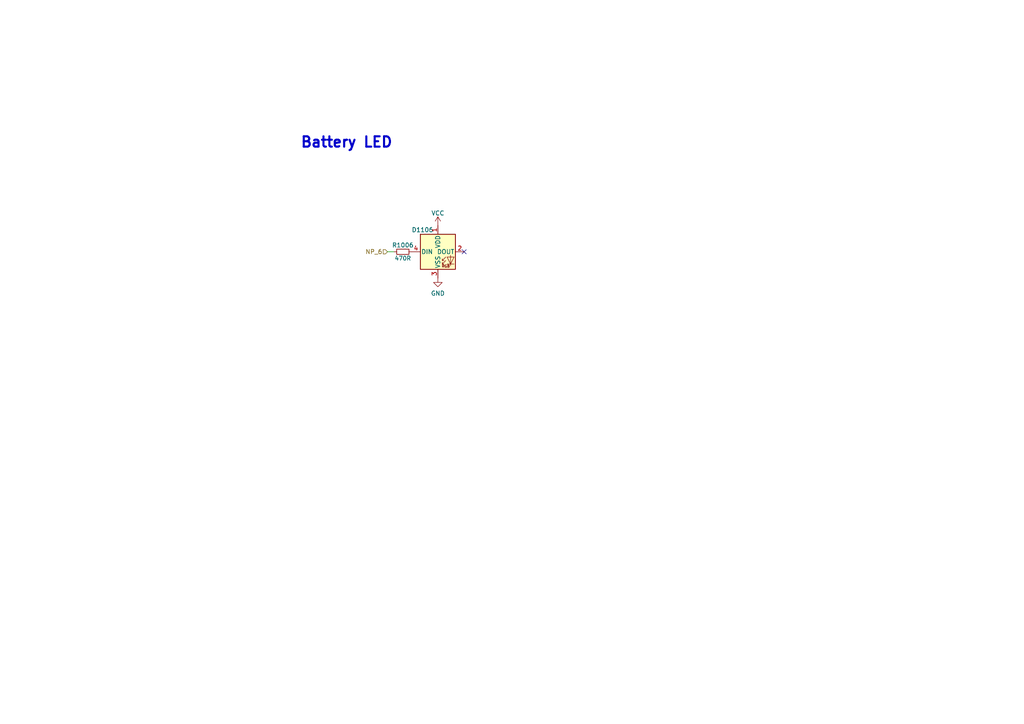
<source format=kicad_sch>
(kicad_sch (version 20231120) (generator "eeschema") (generator_version "8.0")
  (paper "A4")
  (lib_symbols
    (symbol "Device:R_Small" (pin_numbers hide) (pin_names (offset 0.254) hide)
      (property "Reference" "R" (at 0.762 0.508 0))
      (property "Value" "R_Small" (at 0.762 -1.016 0))
      (symbol "R_Small_0_1"
        (rectangle (start -0.762 1.778) (end 0.762 -1.778) (stroke (width 0.2032)))
      )
      (symbol "R_Small_1_1"
        (pin passive line (at 0 2.54 270) (length 0.762) (name "~") (number "1"))
        (pin passive line (at 0 -2.54 90) (length 0.762) (name "~") (number "2"))
      )
    )
    (symbol "LED:WS2812B" (pin_names (offset 0.254))
      (property "Reference" "D" (at 5.08 5.715 0))
      (property "Value" "WS2812B" (at 1.27 -5.715 0))
      (symbol "WS2812B_0_0"
        (text "RGB" (at 2.286 -4.191 0) (effects (font (size 0.762 0.762))))
      )
      (symbol "WS2812B_0_1"
        (polyline (pts (xy 1.27 -3.556) (xy 1.778 -3.556)))
        (polyline (pts (xy 1.27 -2.54) (xy 1.778 -2.54)))
        (polyline (pts (xy 4.699 -3.556) (xy 2.667 -3.556)))
        (polyline (pts (xy 2.286 -2.54) (xy 1.27 -3.556) (xy 1.27 -3.048)))
        (polyline (pts (xy 2.286 -1.524) (xy 1.27 -2.54) (xy 1.27 -2.032)))
        (polyline (pts (xy 3.683 -1.016) (xy 3.683 -3.556) (xy 3.683 -4.064)))
        (polyline (pts (xy 4.699 -1.524) (xy 2.667 -1.524) (xy 3.683 -3.556) (xy 4.699 -1.524)))
        (rectangle (start 5.08 5.08) (end -5.08 -5.08) (stroke (width 0.254)) (fill (type background)))
      )
      (symbol "WS2812B_1_1"
        (pin power_in line (at 0 7.62 270) (length 2.54) (name "VDD") (number "1"))
        (pin output line (at 7.62 0 180) (length 2.54) (name "DOUT") (number "2"))
        (pin power_in line (at 0 -7.62 90) (length 2.54) (name "VSS") (number "3"))
        (pin input line (at -7.62 0 0) (length 2.54) (name "DIN") (number "4"))
      )
    )
    (symbol "power:GND" (power) (pin_names (offset 0))
      (property "Value" "GND" (at 0 -3.81 0))
      (symbol "GND_0_1"
        (polyline (pts (xy 0 0) (xy 0 -1.27) (xy 1.27 -1.27) (xy 0 -2.54) (xy -1.27 -1.27) (xy 0 -1.27)))
      )
      (symbol "GND_1_1"
        (pin power_in line (at 0 0 270) (length 0) hide (name "GND") (number "1"))
      )
    )
    (symbol "power:VCC" (power) (pin_names (offset 0))
      (property "Value" "VCC" (at 0 3.81 0))
      (symbol "VCC_0_1"
        (polyline (pts (xy -0.762 1.27) (xy 0 2.54)))
        (polyline (pts (xy 0 0) (xy 0 2.54)))
        (polyline (pts (xy 0 2.54) (xy 0.762 1.27)))
      )
      (symbol "VCC_1_1"
        (pin power_in line (at 0 0 90) (length 0) hide (name "VCC") (number "1"))
      )
    )
  )
  (no_connect (at 134.62 73.025))
  (wire (pts (xy 112.395 73.025) (xy 114.3 73.025)))
  (text "Battery LED" (at 86.995 43.18 0) (effects (font (size 3 3) (thickness 0.6) (bold yes)) (justify left bottom)))
  (hierarchical_label "NP_6" (shape input) (at 112.395 73.025 180))
  (symbol (lib_id "power:GND") (at 127 80.645 0) (unit 1)
    (property "Reference" "#PWR0105" (effects (hide yes)))
    (property "Value" "GND" (at 127 85.0884 0))
  )
  (symbol (lib_id "Device:R_Small") (at 116.84 73.025 90) (unit 1)
    (property "Reference" "R1006" (at 116.84 71.12 90))
    (property "Value" "470R" (at 116.84 74.93 90) (effects (font (size 1.2 1.2))))
    (property "Footprint" "Resistor_SMD:R_0603_1608Metric" (effects (hide yes)))
    (property "U labosu?" "da" (effects (hide yes)))
  )
  (symbol (lib_id "power:VCC") (at 127 65.405 0) (unit 1)
    (property "Reference" "#PWR0104" (effects (hide yes)))
    (property "Value" "VCC" (at 127 61.8292 0))
  )
  (symbol (lib_id "LED:WS2812B") (at 127 73.025 0) (unit 1)
    (property "Reference" "D1106" (at 122.555 66.675 0))
    (property "Value" "WS2812B" (effects (hide yes)))
    (property "Footprint" "Footprints:WS2812-mini" (effects (hide yes)))
    (property "Datasheet" "https://cdn-shop.adafruit.com/datasheets/WS2812B.pdf" (effects (hide yes)))
    (property "Ostalo" "forma" (effects (hide yes)))
    (property "U labosu?" "ne" (effects (hide yes)))
    (property "JLCPCB Part #" "-" (effects (hide yes)))
  )
)
</source>
